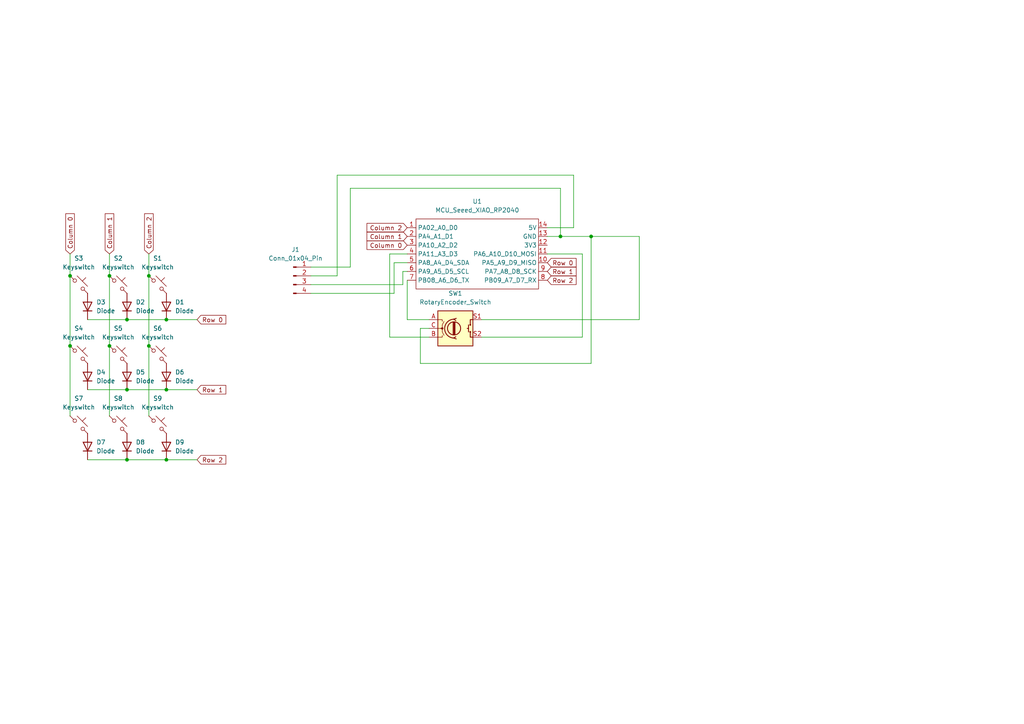
<source format=kicad_sch>
(kicad_sch (version 20231120) (generator "eeschema") (generator_version "8.0")
  (paper "A4")
  (lib_symbols
    (symbol "Connector:Conn_01x04_Pin" (pin_names (offset 1.016) hide)
      (property "Reference" "J" (at 0 5.08 0))
      (property "Value" "Conn_01x04_Pin" (at 0 -7.62 0))
      (symbol "Conn_01x04_Pin_1_1"
        (polyline (pts (xy 1.27 -5.08) (xy 0.8636 -5.08)) (stroke (width 0.1524)))
        (polyline (pts (xy 1.27 -2.54) (xy 0.8636 -2.54)) (stroke (width 0.1524)))
        (polyline (pts (xy 1.27 0) (xy 0.8636 0)) (stroke (width 0.1524)))
        (polyline (pts (xy 1.27 2.54) (xy 0.8636 2.54)) (stroke (width 0.1524)))
        (rectangle (start 0.8636 -4.953) (end 0 -5.207) (stroke (width 0.1524)) (fill (type outline)))
        (rectangle (start 0.8636 -2.413) (end 0 -2.667) (stroke (width 0.1524)) (fill (type outline)))
        (rectangle (start 0.8636 0.127) (end 0 -0.127) (stroke (width 0.1524)) (fill (type outline)))
        (rectangle (start 0.8636 2.667) (end 0 2.413) (stroke (width 0.1524)) (fill (type outline)))
        (pin passive line (at 5.08 2.54 180) (length 3.81) (name "Pin_1") (number "1"))
        (pin passive line (at 5.08 0 180) (length 3.81) (name "Pin_2") (number "2"))
        (pin passive line (at 5.08 -2.54 180) (length 3.81) (name "Pin_3") (number "3"))
        (pin passive line (at 5.08 -5.08 180) (length 3.81) (name "Pin_4") (number "4"))
      )
    )
    (symbol "Device:RotaryEncoder_Switch" (pin_names (offset 0.254) hide)
      (property "Reference" "SW" (at 0 6.604 0))
      (property "Value" "RotaryEncoder_Switch" (at 0 -6.604 0))
      (symbol "RotaryEncoder_Switch_0_1"
        (rectangle (start -5.08 5.08) (end 5.08 -5.08) (stroke (width 0.254)) (fill (type background)))
        (circle (center -3.81 0) (radius 0.254) (fill (type outline)))
        (circle (center -0.381 0) (radius 1.905) (stroke (width 0.254)))
        (arc (start -0.381 2.667) (mid -3.0988 -0.0635) (end -0.381 -2.794) (stroke (width 0.254)))
        (polyline (pts (xy -0.635 -1.778) (xy -0.635 1.778)) (stroke (width 0.254)))
        (polyline (pts (xy -0.381 -1.778) (xy -0.381 1.778)) (stroke (width 0.254)))
        (polyline (pts (xy -0.127 1.778) (xy -0.127 -1.778)) (stroke (width 0.254)))
        (polyline (pts (xy 3.81 0) (xy 3.429 0)) (stroke (width 0.254)))
        (polyline (pts (xy 3.81 1.016) (xy 3.81 -1.016)) (stroke (width 0.254)))
        (polyline (pts (xy -5.08 -2.54) (xy -3.81 -2.54) (xy -3.81 -2.032)))
        (polyline (pts (xy -5.08 2.54) (xy -3.81 2.54) (xy -3.81 2.032)))
        (polyline (pts (xy 0.254 -3.048) (xy -0.508 -2.794) (xy 0.127 -2.413)) (stroke (width 0.254)))
        (polyline (pts (xy 0.254 2.921) (xy -0.508 2.667) (xy 0.127 2.286)) (stroke (width 0.254)))
        (polyline (pts (xy 5.08 -2.54) (xy 4.318 -2.54) (xy 4.318 -1.016)) (stroke (width 0.254)))
        (polyline (pts (xy 5.08 2.54) (xy 4.318 2.54) (xy 4.318 1.016)) (stroke (width 0.254)))
        (polyline (pts (xy -5.08 0) (xy -3.81 0) (xy -3.81 -1.016) (xy -3.302 -2.032)))
        (polyline (pts (xy -4.318 0) (xy -3.81 0) (xy -3.81 1.016) (xy -3.302 2.032)))
        (circle (center 4.318 -1.016) (radius 0.127) (stroke (width 0.254)))
        (circle (center 4.318 1.016) (radius 0.127) (stroke (width 0.254)))
      )
      (symbol "RotaryEncoder_Switch_1_1"
        (pin passive line (at -7.62 2.54 0) (length 2.54) (name "A") (number "A"))
        (pin passive line (at -7.62 -2.54 0) (length 2.54) (name "B") (number "B"))
        (pin passive line (at -7.62 0 0) (length 2.54) (name "C") (number "C"))
        (pin passive line (at 7.62 2.54 180) (length 2.54) (name "S1") (number "S1"))
        (pin passive line (at 7.62 -2.54 180) (length 2.54) (name "S2") (number "S2"))
      )
    )
    (symbol "ScottoKeebs:MCU_Seeed_XIAO_RP2040"
      (property "Reference" "U" (at -16.51 11.43 0))
      (property "Value" "MCU_Seeed_XIAO_RP2040" (at -3.81 -11.43 0))
      (symbol "MCU_Seeed_XIAO_RP2040_0_1"
        (rectangle (start -16.51 10.16) (end 19.05 -10.16))
      )
      (symbol "MCU_Seeed_XIAO_RP2040_1_1"
        (pin passive line (at -19.05 7.62 0) (length 2.54) (name "PA02_A0_D0") (number "1"))
        (pin passive line (at 21.59 -2.54 180) (length 2.54) (name "PA5_A9_D9_MISO") (number "10"))
        (pin passive line (at 21.59 0 180) (length 2.54) (name "PA6_A10_D10_MOSI") (number "11"))
        (pin passive line (at 21.59 2.54 180) (length 2.54) (name "3V3") (number "12"))
        (pin passive line (at 21.59 5.08 180) (length 2.54) (name "GND") (number "13"))
        (pin passive line (at 21.59 7.62 180) (length 2.54) (name "5V") (number "14"))
        (pin passive line (at -19.05 5.08 0) (length 2.54) (name "PA4_A1_D1") (number "2"))
        (pin passive line (at -19.05 2.54 0) (length 2.54) (name "PA10_A2_D2") (number "3"))
        (pin passive line (at -19.05 0 0) (length 2.54) (name "PA11_A3_D3") (number "4"))
        (pin passive line (at -19.05 -2.54 0) (length 2.54) (name "PA8_A4_D4_SDA") (number "5"))
        (pin passive line (at -19.05 -5.08 0) (length 2.54) (name "PA9_A5_D5_SCL") (number "6"))
        (pin passive line (at -19.05 -7.62 0) (length 2.54) (name "PB08_A6_D6_TX") (number "7"))
        (pin passive line (at 21.59 -7.62 180) (length 2.54) (name "PB09_A7_D7_RX") (number "8"))
        (pin passive line (at 21.59 -5.08 180) (length 2.54) (name "PA7_A8_D8_SCK") (number "9"))
      )
    )
    (symbol "ScottoKeebs:Placeholder_Diode" (pin_numbers hide) (pin_names hide)
      (property "Reference" "D" (at 0 2.54 0))
      (property "Value" "Diode" (at 0 -2.54 0))
      (symbol "Placeholder_Diode_0_1"
        (polyline (pts (xy -1.27 1.27) (xy -1.27 -1.27)) (stroke (width 0.254)))
        (polyline (pts (xy 1.27 0) (xy -1.27 0)))
        (polyline (pts (xy 1.27 1.27) (xy 1.27 -1.27) (xy -1.27 0) (xy 1.27 1.27)) (stroke (width 0.254)))
      )
      (symbol "Placeholder_Diode_1_1"
        (pin passive line (at -3.81 0 0) (length 2.54) (name "K") (number "1"))
        (pin passive line (at 3.81 0 180) (length 2.54) (name "A") (number "2"))
      )
    )
    (symbol "ScottoKeebs:Placeholder_Keyswitch" (pin_numbers hide) (pin_names (offset 1.016) hide)
      (property "Reference" "S" (at 3.048 1.016 0))
      (property "Value" "Keyswitch" (at 0 -3.81 0))
      (symbol "Placeholder_Keyswitch_0_1"
        (circle (center -1.1684 1.1684) (radius 0.508))
        (polyline (pts (xy -0.508 2.54) (xy 2.54 -0.508)))
        (polyline (pts (xy 1.016 1.016) (xy 2.032 2.032)))
        (polyline (pts (xy -2.54 2.54) (xy -1.524 1.524) (xy -1.524 1.524)))
        (polyline (pts (xy 1.524 -1.524) (xy 2.54 -2.54) (xy 2.54 -2.54) (xy 2.54 -2.54)))
        (circle (center 1.143 -1.1938) (radius 0.508))
        (pin passive line (at -2.54 2.54 0) (length 0) (name "1") (number "1"))
        (pin passive line (at 2.54 -2.54 180) (length 0) (name "2") (number "2"))
      )
    )
  )
  (junction (at 31.75 100.33))
  (junction (at 36.83 133.35))
  (junction (at 36.83 113.03))
  (junction (at 43.18 100.33))
  (junction (at 162.56 68.58))
  (junction (at 48.26 92.71))
  (junction (at 31.75 80.01))
  (junction (at 48.26 113.03))
  (junction (at 171.45 68.58))
  (junction (at 20.32 100.33))
  (junction (at 48.26 133.35))
  (junction (at 43.18 80.01))
  (junction (at 36.83 92.71))
  (junction (at 20.32 80.01))
  (wire (pts (xy 90.17 80.01) (xy 97.79 80.01)))
  (wire (pts (xy 97.79 50.8) (xy 166.37 50.8)))
  (wire (pts (xy 36.83 113.03) (xy 48.26 113.03)))
  (wire (pts (xy 162.56 54.61) (xy 162.56 68.58)))
  (wire (pts (xy 31.75 73.66) (xy 31.75 80.01)))
  (wire (pts (xy 25.4 133.35) (xy 36.83 133.35)))
  (wire (pts (xy 101.6 54.61) (xy 101.6 77.47)))
  (wire (pts (xy 158.75 66.04) (xy 166.37 66.04)))
  (wire (pts (xy 36.83 92.71) (xy 48.26 92.71)))
  (wire (pts (xy 139.7 97.79) (xy 168.91 97.79)))
  (wire (pts (xy 25.4 113.03) (xy 36.83 113.03)))
  (wire (pts (xy 57.15 92.71) (xy 48.26 92.71)))
  (wire (pts (xy 36.83 133.35) (xy 48.26 133.35)))
  (wire (pts (xy 171.45 105.41) (xy 171.45 68.58)))
  (wire (pts (xy 43.18 100.33) (xy 43.18 120.65)))
  (wire (pts (xy 57.15 133.35) (xy 48.26 133.35)))
  (wire (pts (xy 116.84 78.74) (xy 118.11 78.74)))
  (wire (pts (xy 139.7 92.71) (xy 185.42 92.71)))
  (wire (pts (xy 97.79 50.8) (xy 97.79 80.01)))
  (wire (pts (xy 113.03 97.79) (xy 113.03 73.66)))
  (wire (pts (xy 25.4 92.71) (xy 36.83 92.71)))
  (wire (pts (xy 116.84 82.55) (xy 116.84 78.74)))
  (wire (pts (xy 121.92 95.25) (xy 121.92 105.41)))
  (wire (pts (xy 162.56 68.58) (xy 171.45 68.58)))
  (wire (pts (xy 31.75 100.33) (xy 31.75 120.65)))
  (wire (pts (xy 124.46 95.25) (xy 121.92 95.25)))
  (wire (pts (xy 90.17 77.47) (xy 101.6 77.47)))
  (wire (pts (xy 124.46 97.79) (xy 113.03 97.79)))
  (wire (pts (xy 171.45 68.58) (xy 185.42 68.58)))
  (wire (pts (xy 158.75 68.58) (xy 162.56 68.58)))
  (wire (pts (xy 20.32 80.01) (xy 20.32 100.33)))
  (wire (pts (xy 31.75 80.01) (xy 31.75 100.33)))
  (wire (pts (xy 114.3 76.2) (xy 118.11 76.2)))
  (wire (pts (xy 20.32 73.66) (xy 20.32 80.01)))
  (wire (pts (xy 90.17 85.09) (xy 114.3 85.09)))
  (wire (pts (xy 43.18 80.01) (xy 43.18 100.33)))
  (wire (pts (xy 124.46 92.71) (xy 118.11 92.71)))
  (wire (pts (xy 113.03 73.66) (xy 118.11 73.66)))
  (wire (pts (xy 168.91 97.79) (xy 168.91 73.66)))
  (wire (pts (xy 121.92 105.41) (xy 171.45 105.41)))
  (wire (pts (xy 101.6 54.61) (xy 162.56 54.61)))
  (wire (pts (xy 90.17 82.55) (xy 116.84 82.55)))
  (wire (pts (xy 185.42 92.71) (xy 185.42 68.58)))
  (wire (pts (xy 114.3 85.09) (xy 114.3 76.2)))
  (wire (pts (xy 43.18 73.66) (xy 43.18 80.01)))
  (wire (pts (xy 118.11 92.71) (xy 118.11 81.28)))
  (wire (pts (xy 168.91 73.66) (xy 158.75 73.66)))
  (wire (pts (xy 20.32 100.33) (xy 20.32 120.65)))
  (wire (pts (xy 57.15 113.03) (xy 48.26 113.03)))
  (wire (pts (xy 166.37 50.8) (xy 166.37 66.04)))
  (global_label "Column 0" (shape input) (at 118.11 71.12 180) (property "Intersheetrefs" "${INTERSHEET_REFS}" (effects (hide yes))))
  (global_label "Row 0" (shape input) (at 57.15 92.71 0) (property "Intersheetrefs" "${INTERSHEET_REFS}" (effects (hide yes))))
  (global_label "Column 1" (shape input) (at 118.11 68.58 180) (property "Intersheetrefs" "${INTERSHEET_REFS}" (effects (hide yes))))
  (global_label "Row 2" (shape input) (at 57.15 133.35 0) (property "Intersheetrefs" "${INTERSHEET_REFS}" (effects (hide yes))))
  (global_label "Row 1" (shape input) (at 158.75 78.74 0) (property "Intersheetrefs" "${INTERSHEET_REFS}" (effects (hide yes))))
  (global_label "Row 0" (shape input) (at 158.75 76.2 0) (property "Intersheetrefs" "${INTERSHEET_REFS}" (effects (hide yes))))
  (global_label "Column 1" (shape input) (at 31.75 73.66 90) (property "Intersheetrefs" "${INTERSHEET_REFS}" (effects (hide yes))))
  (global_label "Column 0" (shape input) (at 20.32 73.66 90) (property "Intersheetrefs" "${INTERSHEET_REFS}" (effects (hide yes))))
  (global_label "Row 1" (shape input) (at 57.15 113.03 0) (property "Intersheetrefs" "${INTERSHEET_REFS}" (effects (hide yes))))
  (global_label "Row 2" (shape input) (at 158.75 81.28 0) (property "Intersheetrefs" "${INTERSHEET_REFS}" (effects (hide yes))))
  (global_label "Column 2" (shape input) (at 43.18 73.66 90) (property "Intersheetrefs" "${INTERSHEET_REFS}" (effects (hide yes))))
  (global_label "Column 2" (shape input) (at 118.11 66.04 180) (property "Intersheetrefs" "${INTERSHEET_REFS}" (effects (hide yes))))
  (symbol (lib_id "ScottoKeebs:Placeholder_Diode") (at 25.4 88.9 90) (unit 1)
    (property "Reference" "D3" (at 27.94 87.6299 90) (effects (justify right)))
    (property "Value" "Diode" (at 27.94 90.1699 90) (effects (justify right)))
    (property "Footprint" "ScottoKeebs_Components:Diode_DO-35" (effects (hide yes)))
    (property "Description" "1N4148 (DO-35) or 1N4148W (SOD-123)" (effects (hide yes)))
    (property "Sim.Device" "D" (effects (hide yes)))
    (property "Sim.Pins" "1=K 2=A" (effects (hide yes)))
  )
  (symbol (lib_id "ScottoKeebs:Placeholder_Keyswitch") (at 34.29 102.87 0) (unit 1)
    (property "Reference" "S5" (at 34.29 95.25 0))
    (property "Value" "Keyswitch" (at 34.29 97.79 0))
    (property "Footprint" "Button_Switch_Keyboard:SW_Cherry_MX_1.00u_PCB" (effects (hide yes)))
    (property "Description" "Push button switch, normally open, two pins, 45° tilted" (effects (hide yes)))
  )
  (symbol (lib_id "ScottoKeebs:Placeholder_Diode") (at 36.83 109.22 90) (unit 1)
    (property "Reference" "D5" (at 39.37 107.9499 90) (effects (justify right)))
    (property "Value" "Diode" (at 39.37 110.4899 90) (effects (justify right)))
    (property "Footprint" "ScottoKeebs_Components:Diode_DO-35" (effects (hide yes)))
    (property "Description" "1N4148 (DO-35) or 1N4148W (SOD-123)" (effects (hide yes)))
    (property "Sim.Device" "D" (effects (hide yes)))
    (property "Sim.Pins" "1=K 2=A" (effects (hide yes)))
  )
  (symbol (lib_id "ScottoKeebs:Placeholder_Diode") (at 48.26 88.9 90) (unit 1)
    (property "Reference" "D1" (at 50.8 87.6299 90) (effects (justify right)))
    (property "Value" "Diode" (at 50.8 90.1699 90) (effects (justify right)))
    (property "Footprint" "ScottoKeebs_Components:Diode_DO-35" (effects (hide yes)))
    (property "Description" "1N4148 (DO-35) or 1N4148W (SOD-123)" (effects (hide yes)))
    (property "Sim.Device" "D" (effects (hide yes)))
    (property "Sim.Pins" "1=K 2=A" (effects (hide yes)))
  )
  (symbol (lib_id "ScottoKeebs:Placeholder_Keyswitch") (at 45.72 82.55 0) (unit 1)
    (property "Reference" "S1" (at 45.72 74.93 0))
    (property "Value" "Keyswitch" (at 45.72 77.47 0))
    (property "Footprint" "Button_Switch_Keyboard:SW_Cherry_MX_1.00u_PCB" (effects (hide yes)))
    (property "Description" "Push button switch, normally open, two pins, 45° tilted" (effects (hide yes)))
  )
  (symbol (lib_id "ScottoKeebs:Placeholder_Diode") (at 25.4 129.54 90) (unit 1)
    (property "Reference" "D7" (at 27.94 128.2699 90) (effects (justify right)))
    (property "Value" "Diode" (at 27.94 130.8099 90) (effects (justify right)))
    (property "Footprint" "ScottoKeebs_Components:Diode_DO-35" (effects (hide yes)))
    (property "Description" "1N4148 (DO-35) or 1N4148W (SOD-123)" (effects (hide yes)))
    (property "Sim.Device" "D" (effects (hide yes)))
    (property "Sim.Pins" "1=K 2=A" (effects (hide yes)))
  )
  (symbol (lib_id "ScottoKeebs:MCU_Seeed_XIAO_RP2040") (at 137.16 73.66 0) (unit 1)
    (property "Reference" "U1" (at 138.43 58.42 0))
    (property "Value" "MCU_Seeed_XIAO_RP2040" (at 138.43 60.96 0))
    (property "Footprint" "Seeed Studio XIAO Series Library:XIAO-Generic-Thruhole-14P-2.54-21X17.8MM" (effects (hide yes)))
  )
  (symbol (lib_id "Connector:Conn_01x04_Pin") (at 85.09 80.01 0) (unit 1)
    (property "Reference" "J1" (at 85.725 72.39 0))
    (property "Value" "Conn_01x04_Pin" (at 85.725 74.93 0))
    (property "Footprint" "Connector_PinHeader_2.54mm:PinHeader_1x04_P2.54mm_Vertical" (effects (hide yes)))
    (property "Description" "Generic connector, single row, 01x04, script generated" (effects (hide yes)))
  )
  (symbol (lib_id "ScottoKeebs:Placeholder_Diode") (at 25.4 109.22 90) (unit 1)
    (property "Reference" "D4" (at 27.94 107.9499 90) (effects (justify right)))
    (property "Value" "Diode" (at 27.94 110.4899 90) (effects (justify right)))
    (property "Footprint" "ScottoKeebs_Components:Diode_DO-35" (effects (hide yes)))
    (property "Description" "1N4148 (DO-35) or 1N4148W (SOD-123)" (effects (hide yes)))
    (property "Sim.Device" "D" (effects (hide yes)))
    (property "Sim.Pins" "1=K 2=A" (effects (hide yes)))
  )
  (symbol (lib_id "ScottoKeebs:Placeholder_Keyswitch") (at 22.86 82.55 0) (unit 1)
    (property "Reference" "S3" (at 22.86 74.93 0))
    (property "Value" "Keyswitch" (at 22.86 77.47 0))
    (property "Footprint" "Button_Switch_Keyboard:SW_Cherry_MX_1.00u_PCB" (effects (hide yes)))
    (property "Description" "Push button switch, normally open, two pins, 45° tilted" (effects (hide yes)))
  )
  (symbol (lib_id "ScottoKeebs:Placeholder_Keyswitch") (at 34.29 123.19 0) (unit 1)
    (property "Reference" "S8" (at 34.29 115.57 0))
    (property "Value" "Keyswitch" (at 34.29 118.11 0))
    (property "Footprint" "Button_Switch_Keyboard:SW_Cherry_MX_1.00u_PCB" (effects (hide yes)))
    (property "Description" "Push button switch, normally open, two pins, 45° tilted" (effects (hide yes)))
  )
  (symbol (lib_id "ScottoKeebs:Placeholder_Diode") (at 36.83 129.54 90) (unit 1)
    (property "Reference" "D8" (at 39.37 128.2699 90) (effects (justify right)))
    (property "Value" "Diode" (at 39.37 130.8099 90) (effects (justify right)))
    (property "Footprint" "ScottoKeebs_Components:Diode_DO-35" (effects (hide yes)))
    (property "Description" "1N4148 (DO-35) or 1N4148W (SOD-123)" (effects (hide yes)))
    (property "Sim.Device" "D" (effects (hide yes)))
    (property "Sim.Pins" "1=K 2=A" (effects (hide yes)))
  )
  (symbol (lib_id "ScottoKeebs:Placeholder_Diode") (at 48.26 129.54 90) (unit 1)
    (property "Reference" "D9" (at 50.8 128.2699 90) (effects (justify right)))
    (property "Value" "Diode" (at 50.8 130.8099 90) (effects (justify right)))
    (property "Footprint" "ScottoKeebs_Components:Diode_DO-35" (effects (hide yes)))
    (property "Description" "1N4148 (DO-35) or 1N4148W (SOD-123)" (effects (hide yes)))
    (property "Sim.Device" "D" (effects (hide yes)))
    (property "Sim.Pins" "1=K 2=A" (effects (hide yes)))
  )
  (symbol (lib_id "Device:RotaryEncoder_Switch") (at 132.08 95.25 0) (unit 1)
    (property "Reference" "SW1" (at 132.08 85.09 0))
    (property "Value" "RotaryEncoder_Switch" (at 132.08 87.63 0))
    (property "Footprint" "Rotary_Encoder:RotaryEncoder_Alps_EC11E-Switch_Vertical_H20mm" (effects (hide yes)))
    (property "Description" "Rotary encoder, dual channel, incremental quadrate outputs, with switch" (effects (hide yes)))
  )
  (symbol (lib_id "ScottoKeebs:Placeholder_Diode") (at 36.83 88.9 90) (unit 1)
    (property "Reference" "D2" (at 39.37 87.6299 90) (effects (justify right)))
    (property "Value" "Diode" (at 39.37 90.1699 90) (effects (justify right)))
    (property "Footprint" "ScottoKeebs_Components:Diode_DO-35" (effects (hide yes)))
    (property "Description" "1N4148 (DO-35) or 1N4148W (SOD-123)" (effects (hide yes)))
    (property "Sim.Device" "D" (effects (hide yes)))
    (property "Sim.Pins" "1=K 2=A" (effects (hide yes)))
  )
  (symbol (lib_id "ScottoKeebs:Placeholder_Keyswitch") (at 45.72 102.87 0) (unit 1)
    (property "Reference" "S6" (at 45.72 95.25 0))
    (property "Value" "Keyswitch" (at 45.72 97.79 0))
    (property "Footprint" "Button_Switch_Keyboard:SW_Cherry_MX_1.00u_PCB" (effects (hide yes)))
    (property "Description" "Push button switch, normally open, two pins, 45° tilted" (effects (hide yes)))
  )
  (symbol (lib_id "ScottoKeebs:Placeholder_Keyswitch") (at 22.86 102.87 0) (unit 1)
    (property "Reference" "S4" (at 22.86 95.25 0))
    (property "Value" "Keyswitch" (at 22.86 97.79 0))
    (property "Footprint" "Button_Switch_Keyboard:SW_Cherry_MX_1.00u_PCB" (effects (hide yes)))
    (property "Description" "Push button switch, normally open, two pins, 45° tilted" (effects (hide yes)))
  )
  (symbol (lib_id "ScottoKeebs:Placeholder_Keyswitch") (at 34.29 82.55 0) (unit 1)
    (property "Reference" "S2" (at 34.29 74.93 0))
    (property "Value" "Keyswitch" (at 34.29 77.47 0))
    (property "Footprint" "Button_Switch_Keyboard:SW_Cherry_MX_1.00u_PCB" (effects (hide yes)))
    (property "Description" "Push button switch, normally open, two pins, 45° tilted" (effects (hide yes)))
  )
  (symbol (lib_id "ScottoKeebs:Placeholder_Diode") (at 48.26 109.22 90) (unit 1)
    (property "Reference" "D6" (at 50.8 107.9499 90) (effects (justify right)))
    (property "Value" "Diode" (at 50.8 110.4899 90) (effects (justify right)))
    (property "Footprint" "ScottoKeebs_Components:Diode_DO-35" (effects (hide yes)))
    (property "Description" "1N4148 (DO-35) or 1N4148W (SOD-123)" (effects (hide yes)))
    (property "Sim.Device" "D" (effects (hide yes)))
    (property "Sim.Pins" "1=K 2=A" (effects (hide yes)))
  )
  (symbol (lib_id "ScottoKeebs:Placeholder_Keyswitch") (at 22.86 123.19 0) (unit 1)
    (property "Reference" "S7" (at 22.86 115.57 0))
    (property "Value" "Keyswitch" (at 22.86 118.11 0))
    (property "Footprint" "Button_Switch_Keyboard:SW_Cherry_MX_1.00u_PCB" (effects (hide yes)))
    (property "Description" "Push button switch, normally open, two pins, 45° tilted" (effects (hide yes)))
  )
  (symbol (lib_id "ScottoKeebs:Placeholder_Keyswitch") (at 45.72 123.19 0) (unit 1)
    (property "Reference" "S9" (at 45.72 115.57 0))
    (property "Value" "Keyswitch" (at 45.72 118.11 0))
    (property "Footprint" "Button_Switch_Keyboard:SW_Cherry_MX_1.00u_PCB" (effects (hide yes)))
    (property "Description" "Push button switch, normally open, two pins, 45° tilted" (effects (hide yes)))
  )
)
</source>
